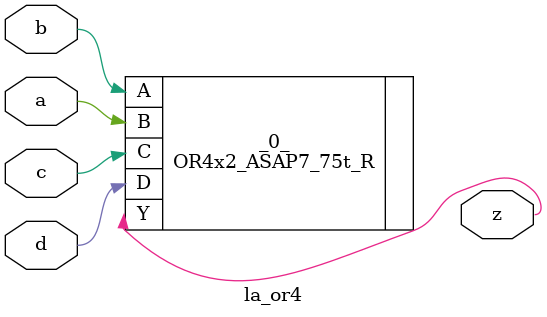
<source format=v>

/* Generated by Yosys 0.37 (git sha1 a5c7f69ed, clang 14.0.0-1ubuntu1.1 -fPIC -Os) */

module la_or4(a, b, c, d, z);
  input a;
  wire a;
  input b;
  wire b;
  input c;
  wire c;
  input d;
  wire d;
  output z;
  wire z;
  OR4x2_ASAP7_75t_R _0_ (
    .A(b),
    .B(a),
    .C(c),
    .D(d),
    .Y(z)
  );
endmodule

</source>
